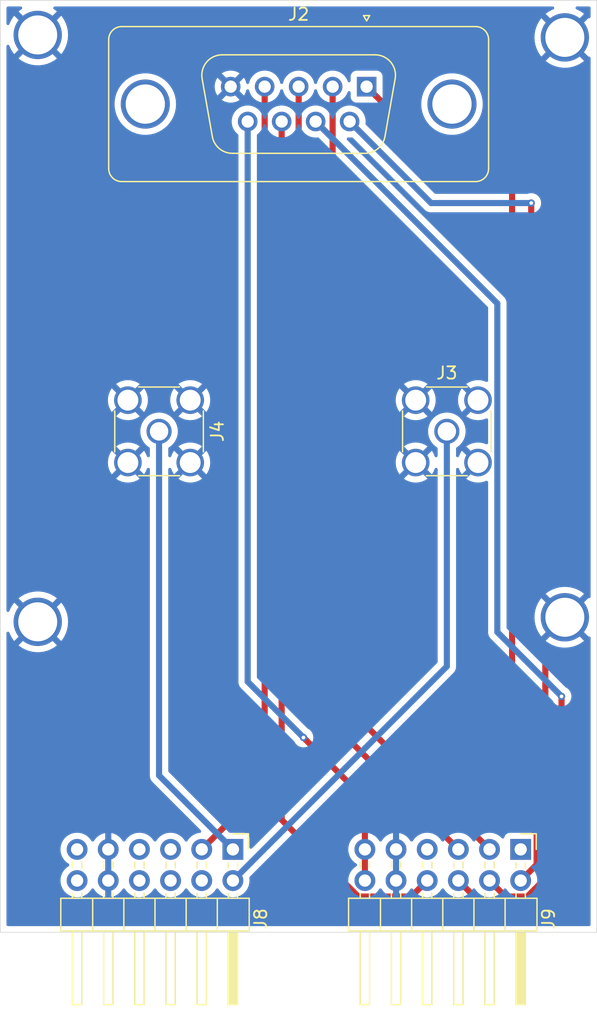
<source format=kicad_pcb>
(kicad_pcb (version 20240108) (generator "pcbnew") (generator_version "8.0")
  (layers (0 "F.Cu" signal) (31 "B.Cu" signal) (34 "B.Paste" user) (35 "F.Paste" user) (36 "B.SilkS" user "B.Silkscreen") (37 "F.SilkS" user "F.Silkscreen") (38 "B.Mask" user) (39 "F.Mask" user) (44 "Edge.Cuts" user))
  (net 0 "")
  (net 2 "Din")
  (net 3 "SCLK")
  (net 6 "SYNC-")
  (net 8 "GND")
  (net 12 "LA_row_clk_fpga")
  (net 13 "LA_col_ena_fpga")
  (net 14 "LA_row_data_in_fpga")
  (net 15 "LA_col_rst_fpga")
  (net 16 "vcc_fpga")
  (net 17 "LA_col_clk_fpga")
  (net 18 "LA_row_rst_fpga")
  (net 19 "LA_row_ena_fpga")
  (net 20 "LA__col_data_in_fpga")
  (footprint "Selena:4-40_Reduced" (layer "F.Cu") (at 105.83 126.78)
    (property "Reference" "S1" (hide yes))
    (property "Value" "4-40" (hide yes))
    (pad "1" thru_hole circle (at 0 0) (size 3.937 3.937) (drill 3.175) (layers "*.Cu" "*.Mask") (net 8 "GND"))
  )
  (footprint "Connector_Coaxial:SMA_Amphenol_132291-12_Vertical" (layer "F.Cu") (at 139.181625 111.27)
    (property "Reference" "J3" (at 0 -4.75 0) (layer "F.SilkS"))
    (property "Value" "Conn_Coaxial")
    (fp_line (start -3.61 -1.66) (end -3.61 1.66) (stroke (width 0.12)) (layer "F.SilkS"))
    (fp_line (start 1.66 -3.61) (end -1.66 -3.61) (stroke (width 0.12)) (layer "F.SilkS"))
    (fp_line (start 1.66 3.61) (end -1.66 3.61) (stroke (width 0.12)) (layer "F.SilkS"))
    (fp_line (start 3.61 -1.66) (end 3.61 1.66) (stroke (width 0.12)) (layer "F.SilkS"))
    (pad "1" thru_hole circle (at 0 0) (size 2.05 2.05) (drill 1.5) (layers "*.Cu" "*.Mask") (net 3 "SCLK"))
    (pad "2" thru_hole circle (at -2.54 -2.54) (size 2.25 2.25) (drill 1.7) (layers "*.Cu" "*.Mask") (net 8 "GND"))
    (pad "2" thru_hole circle (at -2.54 2.54) (size 2.25 2.25) (drill 1.7) (layers "*.Cu" "*.Mask") (net 8 "GND"))
    (pad "2" thru_hole circle (at 2.54 -2.54) (size 2.25 2.25) (drill 1.7) (layers "*.Cu" "*.Mask") (net 8 "GND"))
    (pad "2" thru_hole circle (at 2.54 2.54) (size 2.25 2.25) (drill 1.7) (layers "*.Cu" "*.Mask") (net 8 "GND"))
  )
  (footprint "Selena:4-40_Reduced" (layer "F.Cu") (at 148.8 79.19)
    (property "Reference" "S1" (hide yes))
    (property "Value" "4-40" (hide yes))
    (pad "1" thru_hole circle (at 0 0) (size 3.937 3.937) (drill 3.175) (layers "*.Cu" "*.Mask") (net 8 "GND"))
  )
  (footprint "Connector_PinHeader_2.54mm:PinHeader_2x06_P2.54mm_Horizontal" (layer "F.Cu") (at 145.2 145.31 -90)
    (property "Reference" "J9" (at 5.655 -2.27 90) (layer "F.SilkS"))
    (property "Value" "Conn_02x06_Odd_Even")
    (fp_line (start 3.98 14.03) (end 6.64 14.03) (stroke (width 0.12)) (layer "F.SilkS"))
    (fp_line (start 6.64 14.03) (end 6.64 -1.33) (stroke (width 0.12)) (layer "F.SilkS"))
    (fp_line (start 1.042929 13.08) (end 1.497071 13.08) (stroke (width 0.12)) (layer "F.SilkS"))
    (fp_line (start 3.582929 13.08) (end 3.98 13.08) (stroke (width 0.12)) (layer "F.SilkS"))
    (fp_line (start 12.64 13.08) (end 6.64 13.08) (stroke (width 0.12)) (layer "F.SilkS"))
    (fp_line (start 1.042929 12.32) (end 1.497071 12.32) (stroke (width 0.12)) (layer "F.SilkS"))
    (fp_line (start 3.582929 12.32) (end 3.98 12.32) (stroke (width 0.12)) (layer "F.SilkS"))
    (fp_line (start 6.64 12.32) (end 12.64 12.32) (stroke (width 0.12)) (layer "F.SilkS"))
    (fp_line (start 12.64 12.32) (end 12.64 13.08) (stroke (width 0.12)) (layer "F.SilkS"))
    (fp_line (start 3.98 11.43) (end 6.64 11.43) (stroke (width 0.12)) (layer "F.SilkS"))
    (fp_line (start 1.042929 10.54) (end 1.497071 10.54) (stroke (width 0.12)) (layer "F.SilkS"))
    (fp_line (start 3.582929 10.54) (end 3.98 10.54) (stroke (width 0.12)) (layer "F.SilkS"))
    (fp_line (start 12.64 10.54) (end 6.64 10.54) (stroke (width 0.12)) (layer "F.SilkS"))
    (fp_line (start 1.042929 9.78) (end 1.497071 9.78) (stroke (width 0.12)) (layer "F.SilkS"))
    (fp_line (start 3.582929 9.78) (end 3.98 9.78) (stroke (width 0.12)) (layer "F.SilkS"))
    (fp_line (start 6.64 9.78) (end 12.64 9.78) (stroke (width 0.12)) (layer "F.SilkS"))
    (fp_line (start 12.64 9.78) (end 12.64 10.54) (stroke (width 0.12)) (layer "F.SilkS"))
    (fp_line (start 3.98 8.89) (end 6.64 8.89) (stroke (width 0.12)) (layer "F.SilkS"))
    (fp_line (start 1.042929 8) (end 1.497071 8) (stroke (width 0.12)) (layer "F.SilkS"))
    (fp_line (start 3.582929 8) (end 3.98 8) (stroke (width 0.12)) (layer "F.SilkS"))
    (fp_line (start 12.64 8) (end 6.64 8) (stroke (width 0.12)) (layer "F.SilkS"))
    (fp_line (start 1.042929 7.24) (end 1.497071 7.24) (stroke (width 0.12)) (layer "F.SilkS"))
    (fp_line (start 3.582929 7.24) (end 3.98 7.24) (stroke (width 0.12)) (layer "F.SilkS"))
    (fp_line (start 6.64 7.24) (end 12.64 7.24) (stroke (width 0.12)) (layer "F.SilkS"))
    (fp_line (start 12.64 7.24) (end 12.64 8) (stroke (width 0.12)) (layer "F.SilkS"))
    (fp_line (start 3.98 6.35) (end 6.64 6.35) (stroke (width 0.12)) (layer "F.SilkS"))
    (fp_line (start 1.042929 5.46) (end 1.497071 5.46) (stroke (width 0.12)) (layer "F.SilkS"))
    (fp_line (start 3.582929 5.46) (end 3.98 5.46) (stroke (width 0.12)) (layer "F.SilkS"))
    (fp_line (start 12.64 5.46) (end 6.64 5.46) (stroke (width 0.12)) (layer "F.SilkS"))
    (fp_line (start 1.042929 4.7) (end 1.497071 4.7) (stroke (width 0.12)) (layer "F.SilkS"))
    (fp_line (start 3.582929 4.7) (end 3.98 4.7) (stroke (width 0.12)) (layer "F.SilkS"))
    (fp_line (start 6.64 4.7) (end 12.64 4.7) (stroke (width 0.12)) (layer "F.SilkS"))
    (fp_line (start 12.64 4.7) (end 12.64 5.46) (stroke (width 0.12)) (layer "F.SilkS"))
    (fp_line (start 3.98 3.81) (end 6.64 3.81) (stroke (width 0.12)) (layer "F.SilkS"))
    (fp_line (start 1.042929 2.92) (end 1.497071 2.92) (stroke (width 0.12)) (layer "F.SilkS"))
    (fp_line (start 3.582929 2.92) (end 3.98 2.92) (stroke (width 0.12)) (layer "F.SilkS"))
    (fp_line (start 12.64 2.92) (end 6.64 2.92) (stroke (width 0.12)) (layer "F.SilkS"))
    (fp_line (start 1.042929 2.16) (end 1.497071 2.16) (stroke (width 0.12)) (layer "F.SilkS"))
    (fp_line (start 3.582929 2.16) (end 3.98 2.16) (stroke (width 0.12)) (layer "F.SilkS"))
    (fp_line (start 6.64 2.16) (end 12.64 2.16) (stroke (width 0.12)) (layer "F.SilkS"))
    (fp_line (start 12.64 2.16) (end 12.64 2.92) (stroke (width 0.12)) (layer "F.SilkS"))
    (fp_line (start 3.98 1.27) (end 6.64 1.27) (stroke (width 0.12)) (layer "F.SilkS"))
    (fp_line (start 1.11 0.38) (end 1.497071 0.38) (stroke (width 0.12)) (layer "F.SilkS"))
    (fp_line (start 3.582929 0.38) (end 3.98 0.38) (stroke (width 0.12)) (layer "F.SilkS"))
    (fp_line (start 12.64 0.38) (end 6.64 0.38) (stroke (width 0.12)) (layer "F.SilkS"))
    (fp_line (start 6.64 0.28) (end 12.64 0.28) (stroke (width 0.12)) (layer "F.SilkS"))
    (fp_line (start 6.64 0.16) (end 12.64 0.16) (stroke (width 0.12)) (layer "F.SilkS"))
    (fp_line (start 6.64 0.04) (end 12.64 0.04) (stroke (width 0.12)) (layer "F.SilkS"))
    (fp_line (start -1.27 0) (end -1.27 -1.27) (stroke (width 0.12)) (layer "F.SilkS"))
    (fp_line (start 6.64 -0.08) (end 12.64 -0.08) (stroke (width 0.12)) (layer "F.SilkS"))
    (fp_line (start 6.64 -0.2) (end 12.64 -0.2) (stroke (width 0.12)) (layer "F.SilkS"))
    (fp_line (start 6.64 -0.32) (end 12.64 -0.32) (stroke (width 0.12)) (layer "F.SilkS"))
    (fp_line (start 1.11 -0.38) (end 1.497071 -0.38) (stroke (width 0.12)) (layer "F.SilkS"))
    (fp_line (start 3.582929 -0.38) (end 3.98 -0.38) (stroke (width 0.12)) (layer "F.SilkS"))
    (fp_line (start 6.64 -0.38) (end 12.64 -0.38) (stroke (width 0.12)) (layer "F.SilkS"))
    (fp_line (start 12.64 -0.38) (end 12.64 0.38) (stroke (width 0.12)) (layer "F.SilkS"))
    (fp_line (start -1.27 -1.27) (end 0 -1.27) (stroke (width 0.12)) (layer "F.SilkS"))
    (fp_line (start 3.98 -1.33) (end 3.98 14.03) (stroke (width 0.12)) (layer "F.SilkS"))
    (fp_line (start 6.64 -1.33) (end 3.98 -1.33) (stroke (width 0.12)) (layer "F.SilkS"))
    (pad "1" thru_hole rect (at 0 0 270) (size 1.7 1.7) (drill 1) (layers "*.Cu" "*.Mask") (net 18 "LA_row_rst_fpga"))
    (pad "2" thru_hole oval (at 2.54 0 270) (size 1.7 1.7) (drill 1) (layers "*.Cu" "*.Mask") (net 15 "LA_col_rst_fpga"))
    (pad "3" thru_hole oval (at 0 2.54 270) (size 1.7 1.7) (drill 1) (layers "*.Cu" "*.Mask") (net 14 "LA_row_data_in_fpga"))
    (pad "4" thru_hole oval (at 2.54 2.54 270) (size 1.7 1.7) (drill 1) (layers "*.Cu" "*.Mask") (net 20 "LA__col_data_in_fpga"))
    (pad "5" thru_hole oval (at 0 5.08 270) (size 1.7 1.7) (drill 1) (layers "*.Cu" "*.Mask") (net 19 "LA_row_ena_fpga"))
    (pad "6" thru_hole oval (at 2.54 5.08 270) (size 1.7 1.7) (drill 1) (layers "*.Cu" "*.Mask") (net 13 "LA_col_ena_fpga"))
    (pad "7" thru_hole oval (at 0 7.62 270) (size 1.7 1.7) (drill 1) (layers "*.Cu" "*.Mask") (net 12 "LA_row_clk_fpga"))
    (pad "8" thru_hole oval (at 2.54 7.62 270) (size 1.7 1.7) (drill 1) (layers "*.Cu" "*.Mask") (net 17 "LA_col_clk_fpga"))
    (pad "9" thru_hole oval (at 0 10.16 270) (size 1.7 1.7) (drill 1) (layers "*.Cu" "*.Mask") (net 8 "GND"))
    (pad "10" thru_hole oval (at 2.54 10.16 270) (size 1.7 1.7) (drill 1) (layers "*.Cu" "*.Mask") (net 8 "GND"))
    (pad "11" thru_hole oval (at 0 12.7 270) (size 1.7 1.7) (drill 1) (layers "*.Cu" "*.Mask") (net 16 "vcc_fpga"))
    (pad "12" thru_hole oval (at 2.54 12.7 270) (size 1.7 1.7) (drill 1) (layers "*.Cu" "*.Mask") (net 16 "vcc_fpga"))
  )
  (footprint "Selena:4-40_Reduced" (layer "F.Cu") (at 148.8 126.41)
    (property "Reference" "S1" (hide yes))
    (property "Value" "4-40" (hide yes))
    (pad "1" thru_hole circle (at 0 0) (size 3.937 3.937) (drill 3.175) (layers "*.Cu" "*.Mask") (net 8 "GND"))
  )
  (footprint "Connector_Coaxial:SMA_Amphenol_132291-12_Vertical" (layer "F.Cu") (at 115.721625 111.27 -90)
    (property "Reference" "J4" (at 0 -4.75 90) (layer "F.SilkS"))
    (property "Value" "Conn_Coaxial")
    (fp_line (start 1.66 3.61) (end -1.66 3.61) (stroke (width 0.12)) (layer "F.SilkS"))
    (fp_line (start -3.61 -1.66) (end -3.61 1.66) (stroke (width 0.12)) (layer "F.SilkS"))
    (fp_line (start 3.61 -1.66) (end 3.61 1.66) (stroke (width 0.12)) (layer "F.SilkS"))
    (fp_line (start 1.66 -3.61) (end -1.66 -3.61) (stroke (width 0.12)) (layer "F.SilkS"))
    (pad "1" thru_hole circle (at 0 0 270) (size 2.05 2.05) (drill 1.5) (layers "*.Cu" "*.Mask") (net 6 "SYNC-"))
    (pad "2" thru_hole circle (at -2.54 -2.54 270) (size 2.25 2.25) (drill 1.7) (layers "*.Cu" "*.Mask") (net 8 "GND"))
    (pad "2" thru_hole circle (at -2.54 2.54 270) (size 2.25 2.25) (drill 1.7) (layers "*.Cu" "*.Mask") (net 8 "GND"))
    (pad "2" thru_hole circle (at 2.54 -2.54 270) (size 2.25 2.25) (drill 1.7) (layers "*.Cu" "*.Mask") (net 8 "GND"))
    (pad "2" thru_hole circle (at 2.54 2.54 270) (size 2.25 2.25) (drill 1.7) (layers "*.Cu" "*.Mask") (net 8 "GND"))
  )
  (footprint "Selena:4-40_Reduced" (layer "F.Cu") (at 105.83 78.99)
    (property "Reference" "S1" (hide yes))
    (property "Value" "4-40" (hide yes))
    (pad "1" thru_hole circle (at 0 0) (size 3.937 3.937) (drill 3.175) (layers "*.Cu" "*.Mask") (net 8 "GND"))
  )
  (footprint "Connector_Dsub:DSUB-9_Female_Vertical_P2.77x2.84mm_MountingHoles" (layer "F.Cu") (at 132.64 83.2)
    (property "Reference" "J2" (at -5.54 -5.89 0) (layer "F.SilkS"))
    (property "Value" "DE9_Receptacle")
    (fp_line (start -21.025 6.67) (end -21.025 -3.83) (stroke (width 0.12)) (layer "F.SilkS"))
    (fp_line (start -19.965 -4.89) (end 8.885 -4.89) (stroke (width 0.12)) (layer "F.SilkS"))
    (fp_line (start -13.40647 -0.641744) (end -12.577733 4.058256) (stroke (width 0.12)) (layer "F.SilkS"))
    (fp_line (start -11.771689 -2.59) (end 0.691689 -2.59) (stroke (width 0.12)) (layer "F.SilkS"))
    (fp_line (start -10.942952 5.43) (end -0.137048 5.43) (stroke (width 0.12)) (layer "F.SilkS"))
    (fp_line (start -0.25 -5.784338) (end 0.25 -5.784338) (stroke (width 0.12)) (layer "F.SilkS"))
    (fp_line (start 0 -5.351325) (end -0.25 -5.784338) (stroke (width 0.12)) (layer "F.SilkS"))
    (fp_line (start 0.25 -5.784338) (end 0 -5.351325) (stroke (width 0.12)) (layer "F.SilkS"))
    (fp_line (start 2.32647 -0.641744) (end 1.497733 4.058256) (stroke (width 0.12)) (layer "F.SilkS"))
    (fp_line (start 8.885 7.73) (end -19.965 7.73) (stroke (width 0.12)) (layer "F.SilkS"))
    (fp_line (start 9.945 -3.83) (end 9.945 6.67) (stroke (width 0.12)) (layer "F.SilkS"))
    (fp_arc (start -21.025 -3.83) (mid -20.714533 -4.579533) (end -19.965 -4.89) (stroke (width 0.12)) (layer "F.SilkS"))
    (fp_arc (start -19.965 7.73) (mid -20.714533 7.419533) (end -21.025 6.67) (stroke (width 0.12)) (layer "F.SilkS"))
    (fp_arc (start -13.40647 -0.641744) (mid -13.043323 -1.997028) (end -11.771689 -2.59) (stroke (width 0.12)) (layer "F.SilkS"))
    (fp_arc (start -10.942952 5.43) (mid -12.00998 5.041634) (end -12.577733 4.058256) (stroke (width 0.12)) (layer "F.SilkS"))
    (fp_arc (start 0.691689 -2.59) (mid 1.963324 -1.997028) (end 2.32647 -0.641744) (stroke (width 0.12)) (layer "F.SilkS"))
    (fp_arc (start 1.497733 4.058256) (mid 0.92998 5.041634) (end -0.137048 5.43) (stroke (width 0.12)) (layer "F.SilkS"))
    (fp_arc (start 8.885 -4.89) (mid 9.634533 -4.579533) (end 9.945 -3.83) (stroke (width 0.12)) (layer "F.SilkS"))
    (fp_arc (start 9.945 6.67) (mid 9.634533 7.419533) (end 8.885 7.73) (stroke (width 0.12)) (layer "F.SilkS"))
    (pad "0" thru_hole circle (at -18.04 1.42) (size 4 4) (drill 3.2) (layers "*.Cu" "*.Mask"))
    (pad "0" thru_hole circle (at 6.96 1.42) (size 4 4) (drill 3.2) (layers "*.Cu" "*.Mask"))
    (pad "1" thru_hole rect (at 0 0) (size 1.6 1.6) (drill 1) (layers "*.Cu" "*.Mask") (net 15 "LA_col_rst_fpga"))
    (pad "2" thru_hole circle (at -2.77 0) (size 1.6 1.6) (drill 1) (layers "*.Cu" "*.Mask") (net 14 "LA_row_data_in_fpga"))
    (pad "3" thru_hole circle (at -5.54 0) (size 1.6 1.6) (drill 1) (layers "*.Cu" "*.Mask") (net 19 "LA_row_ena_fpga"))
    (pad "4" thru_hole circle (at -8.31 0) (size 1.6 1.6) (drill 1) (layers "*.Cu" "*.Mask") (net 2 "Din"))
    (pad "5" thru_hole circle (at -11.08 0) (size 1.6 1.6) (drill 1) (layers "*.Cu" "*.Mask") (net 8 "GND"))
    (pad "6" thru_hole circle (at -1.385 2.84) (size 1.6 1.6) (drill 1) (layers "*.Cu" "*.Mask") (net 20 "LA__col_data_in_fpga"))
    (pad "7" thru_hole circle (at -4.155 2.84) (size 1.6 1.6) (drill 1) (layers "*.Cu" "*.Mask") (net 13 "LA_col_ena_fpga"))
    (pad "8" thru_hole circle (at -6.925 2.84) (size 1.6 1.6) (drill 1) (layers "*.Cu" "*.Mask") (net 17 "LA_col_clk_fpga"))
    (pad "9" thru_hole circle (at -9.695 2.84) (size 1.6 1.6) (drill 1) (layers "*.Cu" "*.Mask") (net 16 "vcc_fpga"))
  )
  (footprint "Connector_PinHeader_2.54mm:PinHeader_2x06_P2.54mm_Horizontal" (layer "F.Cu") (at 121.74 145.31 -90)
    (property "Reference" "J8" (at 5.655 -2.27 90) (layer "F.SilkS"))
    (property "Value" "Conn_02x06_Odd_Even")
    (fp_line (start 3.98 14.03) (end 6.64 14.03) (stroke (width 0.12)) (layer "F.SilkS"))
    (fp_line (start 6.64 14.03) (end 6.64 -1.33) (stroke (width 0.12)) (layer "F.SilkS"))
    (fp_line (start 1.042929 13.08) (end 1.497071 13.08) (stroke (width 0.12)) (layer "F.SilkS"))
    (fp_line (start 3.582929 13.08) (end 3.98 13.08) (stroke (width 0.12)) (layer "F.SilkS"))
    (fp_line (start 12.64 13.08) (end 6.64 13.08) (stroke (width 0.12)) (layer "F.SilkS"))
    (fp_line (start 1.042929 12.32) (end 1.497071 12.32) (stroke (width 0.12)) (layer "F.SilkS"))
    (fp_line (start 3.582929 12.32) (end 3.98 12.32) (stroke (width 0.12)) (layer "F.SilkS"))
    (fp_line (start 6.64 12.32) (end 12.64 12.32) (stroke (width 0.12)) (layer "F.SilkS"))
    (fp_line (start 12.64 12.32) (end 12.64 13.08) (stroke (width 0.12)) (layer "F.SilkS"))
    (fp_line (start 3.98 11.43) (end 6.64 11.43) (stroke (width 0.12)) (layer "F.SilkS"))
    (fp_line (start 1.042929 10.54) (end 1.497071 10.54) (stroke (width 0.12)) (layer "F.SilkS"))
    (fp_line (start 3.582929 10.54) (end 3.98 10.54) (stroke (width 0.12)) (layer "F.SilkS"))
    (fp_line (start 12.64 10.54) (end 6.64 10.54) (stroke (width 0.12)) (layer "F.SilkS"))
    (fp_line (start 1.042929 9.78) (end 1.497071 9.78) (stroke (width 0.12)) (layer "F.SilkS"))
    (fp_line (start 3.582929 9.78) (end 3.98 9.78) (stroke (width 0.12)) (layer "F.SilkS"))
    (fp_line (start 6.64 9.78) (end 12.64 9.78) (stroke (width 0.12)) (layer "F.SilkS"))
    (fp_line (start 12.64 9.78) (end 12.64 10.54) (stroke (width 0.12)) (layer "F.SilkS"))
    (fp_line (start 3.98 8.89) (end 6.64 8.89) (stroke (width 0.12)) (layer "F.SilkS"))
    (fp_line (start 1.042929 8) (end 1.497071 8) (stroke (width 0.12)) (layer "F.SilkS"))
    (fp_line (start 3.582929 8) (end 3.98 8) (stroke (width 0.12)) (layer "F.SilkS"))
    (fp_line (start 12.64 8) (end 6.64 8) (stroke (width 0.12)) (layer "F.SilkS"))
    (fp_line (start 1.042929 7.24) (end 1.497071 7.24) (stroke (width 0.12)) (layer "F.SilkS"))
    (fp_line (start 3.582929 7.24) (end 3.98 7.24) (stroke (width 0.12)) (layer "F.SilkS"))
    (fp_line (start 6.64 7.24) (end 12.64 7.24) (stroke (width 0.12)) (layer "F.SilkS"))
    (fp_line (start 12.64 7.24) (end 12.64 8) (stroke (width 0.12)) (layer "F.SilkS"))
    (fp_line (start 3.98 6.35) (end 6.64 6.35) (stroke (width 0.12)) (layer "F.SilkS"))
    (fp_line (start 1.042929 5.46) (end 1.497071 5.46) (stroke (width 0.12)) (layer "F.SilkS"))
    (fp_line (start 3.582929 5.46) (end 3.98 5.46) (stroke (width 0.12)) (layer "F.SilkS"))
    (fp_line (start 12.64 5.46) (end 6.64 5.46) (stroke (width 0.12)) (layer "F.SilkS"))
    (fp_line (start 1.042929 4.7) (end 1.497071 4.7) (stroke (width 0.12)) (layer "F.SilkS"))
    (fp_line (start 3.582929 4.7) (end 3.98 4.7) (stroke (width 0.12)) (layer "F.SilkS"))
    (fp_line (start 6.64 4.7) (end 12.64 4.7) (stroke (width 0.12)) (layer "F.SilkS"))
    (fp_line (start 12.64 4.7) (end 12.64 5.46) (stroke (width 0.12)) (layer "F.SilkS"))
    (fp_line (start 3.98 3.81) (end 6.64 3.81) (stroke (width 0.12)) (layer "F.SilkS"))
    (fp_line (start 1.042929 2.92) (end 1.497071 2.92) (stroke (width 0.12)) (layer "F.SilkS"))
    (fp_line (start 3.582929 2.92) (end 3.98 2.92) (stroke (width 0.12)) (layer "F.SilkS"))
    (fp_line (start 12.64 2.92) (end 6.64 2.92) (stroke (width 0.12)) (layer "F.SilkS"))
    (fp_line (start 1.042929 2.16) (end 1.497071 2.16) (stroke (width 0.12)) (layer "F.SilkS"))
    (fp_line (start 3.582929 2.16) (end 3.98 2.16) (stroke (width 0.12)) (layer "F.SilkS"))
    (fp_line (start 6.64 2.16) (end 12.64 2.16) (stroke (width 0.12)) (layer "F.SilkS"))
    (fp_line (start 12.64 2.16) (end 12.64 2.92) (stroke (width 0.12)) (layer "F.SilkS"))
    (fp_line (start 3.98 1.27) (end 6.64 1.27) (stroke (width 0.12)) (layer "F.SilkS"))
    (fp_line (start 1.11 0.38) (end 1.497071 0.38) (stroke (width 0.12)) (layer "F.SilkS"))
    (fp_line (start 3.582929 0.38) (end 3.98 0.38) (stroke (width 0.12)) (layer "F.SilkS"))
    (fp_line (start 12.64 0.38) (end 6.64 0.38) (stroke (width 0.12)) (layer "F.SilkS"))
    (fp_line (start 6.64 0.28) (end 12.64 0.28) (stroke (width 0.12)) (layer "F.SilkS"))
    (fp_line (start 6.64 0.16) (end 12.64 0.16) (stroke (width 0.12)) (layer "F.SilkS"))
    (fp_line (start 6.64 0.04) (end 12.64 0.04) (stroke (width 0.12)) (layer "F.SilkS"))
    (fp_line (start -1.27 0) (end -1.27 -1.27) (stroke (width 0.12)) (layer "F.SilkS"))
    (fp_line (start 6.64 -0.08) (end 12.64 -0.08) (stroke (width 0.12)) (layer "F.SilkS"))
    (fp_line (start 6.64 -0.2) (end 12.64 -0.2) (stroke (width 0.12)) (layer "F.SilkS"))
    (fp_line (start 6.64 -0.32) (end 12.64 -0.32) (stroke (width 0.12)) (layer "F.SilkS"))
    (fp_line (start 1.11 -0.38) (end 1.497071 -0.38) (stroke (width 0.12)) (layer "F.SilkS"))
    (fp_line (start 3.582929 -0.38) (end 3.98 -0.38) (stroke (width 0.12)) (layer "F.SilkS"))
    (fp_line (start 6.64 -0.38) (end 12.64 -0.38) (stroke (width 0.12)) (layer "F.SilkS"))
    (fp_line (start 12.64 -0.38) (end 12.64 0.38) (stroke (width 0.12)) (layer "F.SilkS"))
    (fp_line (start -1.27 -1.27) (end 0 -1.27) (stroke (width 0.12)) (layer "F.SilkS"))
    (fp_line (start 3.98 -1.33) (end 3.98 14.03) (stroke (width 0.12)) (layer "F.SilkS"))
    (fp_line (start 6.64 -1.33) (end 3.98 -1.33) (stroke (width 0.12)) (layer "F.SilkS"))
    (pad "1" thru_hole rect (at 0 0 270) (size 1.7 1.7) (drill 1) (layers "*.Cu" "*.Mask") (net 6 "SYNC-"))
    (pad "2" thru_hole oval (at 2.54 0 270) (size 1.7 1.7) (drill 1) (layers "*.Cu" "*.Mask") (net 3 "SCLK"))
    (pad "3" thru_hole oval (at 0 2.54 270) (size 1.7 1.7) (drill 1) (layers "*.Cu" "*.Mask") (net 2 "Din"))
    (pad "4" thru_hole oval (at 2.54 2.54 270) (size 1.7 1.7) (drill 1) (layers "*.Cu" "*.Mask"))
    (pad "5" thru_hole oval (at 0 5.08 270) (size 1.7 1.7) (drill 1) (layers "*.Cu" "*.Mask"))
    (pad "6" thru_hole oval (at 2.54 5.08 270) (size 1.7 1.7) (drill 1) (layers "*.Cu" "*.Mask"))
    (pad "7" thru_hole oval (at 0 7.62 270) (size 1.7 1.7) (drill 1) (layers "*.Cu" "*.Mask"))
    (pad "8" thru_hole oval (at 2.54 7.62 270) (size 1.7 1.7) (drill 1) (layers "*.Cu" "*.Mask"))
    (pad "9" thru_hole oval (at 0 10.16 270) (size 1.7 1.7) (drill 1) (layers "*.Cu" "*.Mask") (net 8 "GND"))
    (pad "10" thru_hole oval (at 2.54 10.16 270) (size 1.7 1.7) (drill 1) (layers "*.Cu" "*.Mask") (net 8 "GND"))
    (pad "11" thru_hole oval (at 0 12.7 270) (size 1.7 1.7) (drill 1) (layers "*.Cu" "*.Mask"))
    (pad "12" thru_hole oval (at 2.54 12.7 270) (size 1.7 1.7) (drill 1) (layers "*.Cu" "*.Mask"))
  )
  (gr_rect (start 102.78 76.17) (end 151.4 152.06) (stroke (width 0.05)) (fill none) (layer "Edge.Cuts"))
  (segment (start 124.33 83.2) (end 124.33 140.18) (width 0.5) (layer "F.Cu") (net 2))
  (segment (start 124.33 140.18) (end 119.2 145.31) (width 0.5) (layer "F.Cu") (net 2))
  (segment (start 139.181625 130.408375) (end 139.181625 111.27) (width 0.5) (layer "B.Cu") (net 3))
  (segment (start 121.74 147.85) (end 139.181625 130.408375) (width 0.5) (layer "B.Cu") (net 3))
  (segment (start 121.74 145.31) (end 115.721625 139.291625) (width 0.5) (layer "B.Cu") (net 6))
  (segment (start 115.721625 139.291625) (end 115.721625 111.27) (width 0.5) (layer "B.Cu") (net 6))
  (segment (start 148.53 147.348428) (end 148.53 132.85) (width 0.5) (layer "F.Cu") (net 13))
  (segment (start 140.12 147.85) (end 142.12 149.85) (width 0.5) (layer "F.Cu") (net 13))
  (segment (start 146.028428 149.85) (end 148.53 147.348428) (width 0.5) (layer "F.Cu") (net 13))
  (segment (start 142.12 149.85) (end 146.028428 149.85) (width 0.5) (layer "F.Cu") (net 13))
  (via (at 148.53 132.85) (size 0.6) (drill 0.3) (layers "F.Cu" "B.Cu") (net 13))
  (segment (start 143.296625 100.851625) (end 128.485 86.04) (width 0.5) (layer "B.Cu") (net 13))
  (segment (start 148.53 132.85) (end 143.296625 127.616625) (width 0.5) (layer "B.Cu") (net 13))
  (segment (start 143.296625 127.616625) (end 143.296625 100.851625) (width 0.5) (layer "B.Cu") (net 13))
  (segment (start 129.87 132.52) (end 129.87 83.2) (width 0.5) (layer "F.Cu") (net 14))
  (segment (start 142.66 145.31) (end 129.87 132.52) (width 0.5) (layer "F.Cu") (net 14))
  (segment (start 144.5 87.92) (end 137.36 87.92) (width 0.5) (layer "F.Cu") (net 15))
  (segment (start 146.5 146.55) (end 146.5 144.01) (width 0.5) (layer "F.Cu") (net 15))
  (segment (start 145.2 147.85) (end 146.5 146.55) (width 0.5) (layer "F.Cu") (net 15))
  (segment (start 146.5 144.01) (end 144.5 142.01) (width 0.5) (layer "F.Cu") (net 15))
  (segment (start 137.36 87.92) (end 132.64 83.2) (width 0.5) (layer "F.Cu") (net 15))
  (segment (start 144.5 142.01) (end 144.5 87.92) (width 0.5) (layer "F.Cu") (net 15))
  (segment (start 132.5 145.31) (end 132.5 141.21) (width 0.5) (layer "F.Cu") (net 16))
  (segment (start 132.5 141.21) (end 127.49 136.2) (width 0.5) (layer "F.Cu") (net 16))
  (segment (start 132.5 145.31) (end 132.5 147.85) (width 0.5) (layer "F.Cu") (net 16))
  (via (at 127.49 136.2) (size 0.6) (drill 0.3) (layers "F.Cu" "B.Cu") (net 16))
  (segment (start 127.49 136.2) (end 122.945 131.655) (width 0.5) (layer "B.Cu") (net 16))
  (segment (start 122.945 131.655) (end 122.945 86.04) (width 0.5) (layer "B.Cu") (net 16))
  (segment (start 131.961522 149.15) (end 136.28 149.15) (width 0.5) (layer "F.Cu") (net 17))
  (segment (start 125.715 86.04) (end 125.715 142.903478) (width 0.5) (layer "F.Cu") (net 17))
  (segment (start 125.715 142.903478) (end 131.961522 149.15) (width 0.5) (layer "F.Cu") (net 17))
  (segment (start 136.28 149.15) (end 137.58 147.85) (width 0.5) (layer "F.Cu") (net 17))
  (segment (start 127.1 83.2) (end 127.1 132.29) (width 0.5) (layer "F.Cu") (net 19))
  (segment (start 127.1 132.29) (end 140.12 145.31) (width 0.5) (layer "F.Cu") (net 19))
  (segment (start 147.21 147.678478) (end 147.21 129.03) (width 0.5) (layer "F.Cu") (net 20))
  (segment (start 145.738478 149.15) (end 147.21 147.678478) (width 0.5) (layer "F.Cu") (net 20))
  (segment (start 142.66 147.85) (end 143.96 149.15) (width 0.5) (layer "F.Cu") (net 20))
  (segment (start 147.21 129.03) (end 146.06 127.88) (width 0.5) (layer "F.Cu") (net 20))
  (segment (start 146.06 127.88) (end 146.06 92.68) (width 0.5) (layer "F.Cu") (net 20))
  (segment (start 143.96 149.15) (end 145.738478 149.15) (width 0.5) (layer "F.Cu") (net 20))
  (via (at 146.06 92.68) (size 0.6) (drill 0.3) (layers "F.Cu" "B.Cu") (net 20))
  (segment (start 146.06 92.68) (end 137.895 92.68) (width 0.5) (layer "B.Cu") (net 20))
  (segment (start 137.895 92.68) (end 131.255 86.04) (width 0.5) (layer "B.Cu") (net 20))
  (zone (net 8) (net_name "GND") (layer "B.Cu") (connect_pads (clearance 0.5)) (min_thickness 0.25) (fill yes (thermal_gap 0.5) (thermal_bridge_width 0.5))
    (polygon (pts (xy 102.87 152) (xy 151.3 152) (xy 151.31 76.27) (xy 102.9 76.3)))
  )
)
</source>
